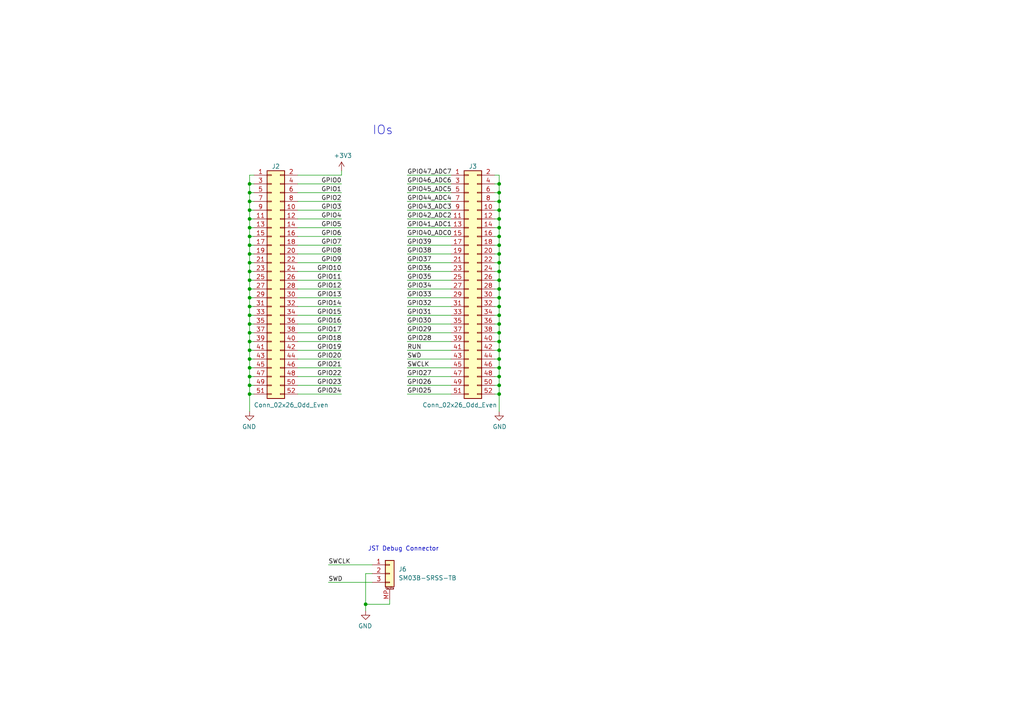
<source format=kicad_sch>
(kicad_sch (version 20250114) (generator "eeschema") (generator_version "9.0")
  (paper "A4")
  (lib_symbols
    (symbol "Connector_Generic:Conn_02x26_Odd_Even" (pin_names (offset 1.016) (hide yes))
      (property "Reference" "J" (at 1.27 33.02 0))
      (property "Value" "Conn_02x26_Odd_Even" (at 1.27 -35.56 0))
      (symbol "Conn_02x26_Odd_Even_1_1"
        (rectangle (start -1.27 31.75) (end 3.81 -34.29) (stroke (width 0.254)) (fill (type background)))
        (rectangle (start -1.27 30.607) (end 0 30.353) (stroke (width 0.1524)))
        (rectangle (start -1.27 28.067) (end 0 27.813) (stroke (width 0.1524)))
        (rectangle (start -1.27 25.527) (end 0 25.273) (stroke (width 0.1524)))
        (rectangle (start -1.27 22.987) (end 0 22.733) (stroke (width 0.1524)))
        (rectangle (start -1.27 20.447) (end 0 20.193) (stroke (width 0.1524)))
        (rectangle (start -1.27 17.907) (end 0 17.653) (stroke (width 0.1524)))
        (rectangle (start -1.27 15.367) (end 0 15.113) (stroke (width 0.1524)))
        (rectangle (start -1.27 12.827) (end 0 12.573) (stroke (width 0.1524)))
        (rectangle (start -1.27 10.287) (end 0 10.033) (stroke (width 0.1524)))
        (rectangle (start -1.27 7.747) (end 0 7.493) (stroke (width 0.1524)))
        (rectangle (start -1.27 5.207) (end 0 4.953) (stroke (width 0.1524)))
        (rectangle (start -1.27 2.667) (end 0 2.413) (stroke (width 0.1524)))
        (rectangle (start -1.27 0.127) (end 0 -0.127) (stroke (width 0.1524)))
        (rectangle (start -1.27 -2.413) (end 0 -2.667) (stroke (width 0.1524)))
        (rectangle (start -1.27 -4.953) (end 0 -5.207) (stroke (width 0.1524)))
        (rectangle (start -1.27 -7.493) (end 0 -7.747) (stroke (width 0.1524)))
        (rectangle (start -1.27 -10.033) (end 0 -10.287) (stroke (width 0.1524)))
        (rectangle (start -1.27 -12.573) (end 0 -12.827) (stroke (width 0.1524)))
        (rectangle (start -1.27 -15.113) (end 0 -15.367) (stroke (width 0.1524)))
        (rectangle (start -1.27 -17.653) (end 0 -17.907) (stroke (width 0.1524)))
        (rectangle (start -1.27 -20.193) (end 0 -20.447) (stroke (width 0.1524)))
        (rectangle (start -1.27 -22.733) (end 0 -22.987) (stroke (width 0.1524)))
        (rectangle (start -1.27 -25.273) (end 0 -25.527) (stroke (width 0.1524)))
        (rectangle (start -1.27 -27.813) (end 0 -28.067) (stroke (width 0.1524)))
        (rectangle (start -1.27 -30.353) (end 0 -30.607) (stroke (width 0.1524)))
        (rectangle (start -1.27 -32.893) (end 0 -33.147) (stroke (width 0.1524)))
        (rectangle (start 3.81 30.607) (end 2.54 30.353) (stroke (width 0.1524)))
        (rectangle (start 3.81 28.067) (end 2.54 27.813) (stroke (width 0.1524)))
        (rectangle (start 3.81 25.527) (end 2.54 25.273) (stroke (width 0.1524)))
        (rectangle (start 3.81 22.987) (end 2.54 22.733) (stroke (width 0.1524)))
        (rectangle (start 3.81 20.447) (end 2.54 20.193) (stroke (width 0.1524)))
        (rectangle (start 3.81 17.907) (end 2.54 17.653) (stroke (width 0.1524)))
        (rectangle (start 3.81 15.367) (end 2.54 15.113) (stroke (width 0.1524)))
        (rectangle (start 3.81 12.827) (end 2.54 12.573) (stroke (width 0.1524)))
        (rectangle (start 3.81 10.287) (end 2.54 10.033) (stroke (width 0.1524)))
        (rectangle (start 3.81 7.747) (end 2.54 7.493) (stroke (width 0.1524)))
        (rectangle (start 3.81 5.207) (end 2.54 4.953) (stroke (width 0.1524)))
        (rectangle (start 3.81 2.667) (end 2.54 2.413) (stroke (width 0.1524)))
        (rectangle (start 3.81 0.127) (end 2.54 -0.127) (stroke (width 0.1524)))
        (rectangle (start 3.81 -2.413) (end 2.54 -2.667) (stroke (width 0.1524)))
        (rectangle (start 3.81 -4.953) (end 2.54 -5.207) (stroke (width 0.1524)))
        (rectangle (start 3.81 -7.493) (end 2.54 -7.747) (stroke (width 0.1524)))
        (rectangle (start 3.81 -10.033) (end 2.54 -10.287) (stroke (width 0.1524)))
        (rectangle (start 3.81 -12.573) (end 2.54 -12.827) (stroke (width 0.1524)))
        (rectangle (start 3.81 -15.113) (end 2.54 -15.367) (stroke (width 0.1524)))
        (rectangle (start 3.81 -17.653) (end 2.54 -17.907) (stroke (width 0.1524)))
        (rectangle (start 3.81 -20.193) (end 2.54 -20.447) (stroke (width 0.1524)))
        (rectangle (start 3.81 -22.733) (end 2.54 -22.987) (stroke (width 0.1524)))
        (rectangle (start 3.81 -25.273) (end 2.54 -25.527) (stroke (width 0.1524)))
        (rectangle (start 3.81 -27.813) (end 2.54 -28.067) (stroke (width 0.1524)))
        (rectangle (start 3.81 -30.353) (end 2.54 -30.607) (stroke (width 0.1524)))
        (rectangle (start 3.81 -32.893) (end 2.54 -33.147) (stroke (width 0.1524)))
        (pin passive line (at -5.08 30.48 0) (length 3.81) (name "Pin_1") (number "1"))
        (pin passive line (at -5.08 27.94 0) (length 3.81) (name "Pin_3") (number "3"))
        (pin passive line (at -5.08 25.4 0) (length 3.81) (name "Pin_5") (number "5"))
        (pin passive line (at -5.08 22.86 0) (length 3.81) (name "Pin_7") (number "7"))
        (pin passive line (at -5.08 20.32 0) (length 3.81) (name "Pin_9") (number "9"))
        (pin passive line (at -5.08 17.78 0) (length 3.81) (name "Pin_11") (number "11"))
        (pin passive line (at -5.08 15.24 0) (length 3.81) (name "Pin_13") (number "13"))
        (pin passive line (at -5.08 12.7 0) (length 3.81) (name "Pin_15") (number "15"))
        (pin passive line (at -5.08 10.16 0) (length 3.81) (name "Pin_17") (number "17"))
        (pin passive line (at -5.08 7.62 0) (length 3.81) (name "Pin_19") (number "19"))
        (pin passive line (at -5.08 5.08 0) (length 3.81) (name "Pin_21") (number "21"))
        (pin passive line (at -5.08 2.54 0) (length 3.81) (name "Pin_23") (number "23"))
        (pin passive line (at -5.08 0 0) (length 3.81) (name "Pin_25") (number "25"))
        (pin passive line (at -5.08 -2.54 0) (length 3.81) (name "Pin_27") (number "27"))
        (pin passive line (at -5.08 -5.08 0) (length 3.81) (name "Pin_29") (number "29"))
        (pin passive line (at -5.08 -7.62 0) (length 3.81) (name "Pin_31") (number "31"))
        (pin passive line (at -5.08 -10.16 0) (length 3.81) (name "Pin_33") (number "33"))
        (pin passive line (at -5.08 -12.7 0) (length 3.81) (name "Pin_35") (number "35"))
        (pin passive line (at -5.08 -15.24 0) (length 3.81) (name "Pin_37") (number "37"))
        (pin passive line (at -5.08 -17.78 0) (length 3.81) (name "Pin_39") (number "39"))
        (pin passive line (at -5.08 -20.32 0) (length 3.81) (name "Pin_41") (number "41"))
        (pin passive line (at -5.08 -22.86 0) (length 3.81) (name "Pin_43") (number "43"))
        (pin passive line (at -5.08 -25.4 0) (length 3.81) (name "Pin_45") (number "45"))
        (pin passive line (at -5.08 -27.94 0) (length 3.81) (name "Pin_47") (number "47"))
        (pin passive line (at -5.08 -30.48 0) (length 3.81) (name "Pin_49") (number "49"))
        (pin passive line (at -5.08 -33.02 0) (length 3.81) (name "Pin_51") (number "51"))
        (pin passive line (at 7.62 30.48 180) (length 3.81) (name "Pin_2") (number "2"))
        (pin passive line (at 7.62 27.94 180) (length 3.81) (name "Pin_4") (number "4"))
        (pin passive line (at 7.62 25.4 180) (length 3.81) (name "Pin_6") (number "6"))
        (pin passive line (at 7.62 22.86 180) (length 3.81) (name "Pin_8") (number "8"))
        (pin passive line (at 7.62 20.32 180) (length 3.81) (name "Pin_10") (number "10"))
        (pin passive line (at 7.62 17.78 180) (length 3.81) (name "Pin_12") (number "12"))
        (pin passive line (at 7.62 15.24 180) (length 3.81) (name "Pin_14") (number "14"))
        (pin passive line (at 7.62 12.7 180) (length 3.81) (name "Pin_16") (number "16"))
        (pin passive line (at 7.62 10.16 180) (length 3.81) (name "Pin_18") (number "18"))
        (pin passive line (at 7.62 7.62 180) (length 3.81) (name "Pin_20") (number "20"))
        (pin passive line (at 7.62 5.08 180) (length 3.81) (name "Pin_22") (number "22"))
        (pin passive line (at 7.62 2.54 180) (length 3.81) (name "Pin_24") (number "24"))
        (pin passive line (at 7.62 0 180) (length 3.81) (name "Pin_26") (number "26"))
        (pin passive line (at 7.62 -2.54 180) (length 3.81) (name "Pin_28") (number "28"))
        (pin passive line (at 7.62 -5.08 180) (length 3.81) (name "Pin_30") (number "30"))
        (pin passive line (at 7.62 -7.62 180) (length 3.81) (name "Pin_32") (number "32"))
        (pin passive line (at 7.62 -10.16 180) (length 3.81) (name "Pin_34") (number "34"))
        (pin passive line (at 7.62 -12.7 180) (length 3.81) (name "Pin_36") (number "36"))
        (pin passive line (at 7.62 -15.24 180) (length 3.81) (name "Pin_38") (number "38"))
        (pin passive line (at 7.62 -17.78 180) (length 3.81) (name "Pin_40") (number "40"))
        (pin passive line (at 7.62 -20.32 180) (length 3.81) (name "Pin_42") (number "42"))
        (pin passive line (at 7.62 -22.86 180) (length 3.81) (name "Pin_44") (number "44"))
        (pin passive line (at 7.62 -25.4 180) (length 3.81) (name "Pin_46") (number "46"))
        (pin passive line (at 7.62 -27.94 180) (length 3.81) (name "Pin_48") (number "48"))
        (pin passive line (at 7.62 -30.48 180) (length 3.81) (name "Pin_50") (number "50"))
        (pin passive line (at 7.62 -33.02 180) (length 3.81) (name "Pin_52") (number "52"))
      )
    )
    (symbol "Connector_Generic_MountingPin:Conn_01x03_MountingPin" (pin_names (offset 1.016) (hide yes))
      (property "Reference" "J" (at 0 5.08 0))
      (property "Value" "Conn_01x03_MountingPin" (at 1.27 -5.08 0))
      (symbol "Conn_01x03_MountingPin_1_1"
        (rectangle (start -1.27 3.81) (end 1.27 -3.81) (stroke (width 0.254)) (fill (type background)))
        (rectangle (start -1.27 2.667) (end 0 2.413) (stroke (width 0.1524)))
        (rectangle (start -1.27 0.127) (end 0 -0.127) (stroke (width 0.1524)))
        (rectangle (start -1.27 -2.413) (end 0 -2.667) (stroke (width 0.1524)))
        (polyline (pts (xy -1.016 -4.572) (xy 1.016 -4.572)) (stroke (width 0.1524)))
        (text "Mounting" (at 0 -4.191 0) (effects (font (size 0.381 0.381))))
        (pin passive line (at -5.08 2.54 0) (length 3.81) (name "Pin_1") (number "1"))
        (pin passive line (at -5.08 0 0) (length 3.81) (name "Pin_2") (number "2"))
        (pin passive line (at -5.08 -2.54 0) (length 3.81) (name "Pin_3") (number "3"))
        (pin passive line (at 0 -7.62 90) (length 3.048) (name "MountPin") (number "MP"))
      )
    )
    (symbol "power:+3V3" (power) (pin_names (offset 0))
      (property "Value" "+3V3" (at 0 3.556 0))
      (symbol "+3V3_0_1"
        (polyline (pts (xy -0.762 1.27) (xy 0 2.54)))
        (polyline (pts (xy 0 2.54) (xy 0.762 1.27)))
        (polyline (pts (xy 0 0) (xy 0 2.54)))
      )
      (symbol "+3V3_1_1"
        (pin power_in line (at 0 0 90) (length 0) (hide yes) (name "+3V3") (number "1"))
      )
    )
    (symbol "power:GND" (power) (pin_names (offset 0))
      (property "Value" "GND" (at 0 -3.81 0))
      (symbol "GND_0_1"
        (polyline (pts (xy 0 0) (xy 0 -1.27) (xy 1.27 -1.27) (xy 0 -2.54) (xy -1.27 -1.27) (xy 0 -1.27)))
      )
      (symbol "GND_1_1"
        (pin power_in line (at 0 0 270) (length 0) (hide yes) (name "GND") (number "1"))
      )
    )
  )
  (text "IOs" (at 107.95 39.37 0) (effects (font (size 2.54 2.54)) (justify left bottom)))
  (text "JST Debug Connector" (at 106.68 160.02 0) (effects (font (size 1.27 1.27)) (justify left bottom)))
  (junction (at 144.78 111.76))
  (junction (at 144.78 58.42))
  (junction (at 72.39 76.2))
  (junction (at 144.78 55.88))
  (junction (at 72.39 106.68))
  (junction (at 72.39 111.76))
  (junction (at 144.78 68.58))
  (junction (at 72.39 63.5))
  (junction (at 72.39 93.98))
  (junction (at 72.39 55.88))
  (junction (at 144.78 60.96))
  (junction (at 72.39 68.58))
  (junction (at 144.78 101.6))
  (junction (at 72.39 71.12))
  (junction (at 144.78 86.36))
  (junction (at 106.045 175.26))
  (junction (at 72.39 96.52))
  (junction (at 72.39 86.36))
  (junction (at 72.39 101.6))
  (junction (at 144.78 106.68))
  (junction (at 72.39 58.42))
  (junction (at 72.39 88.9))
  (junction (at 144.78 53.34))
  (junction (at 144.78 63.5))
  (junction (at 144.78 76.2))
  (junction (at 144.78 73.66))
  (junction (at 72.39 78.74))
  (junction (at 144.78 83.82))
  (junction (at 144.78 93.98))
  (junction (at 144.78 99.06))
  (junction (at 72.39 109.22))
  (junction (at 72.39 104.14))
  (junction (at 72.39 81.28))
  (junction (at 72.39 66.04))
  (junction (at 144.78 114.3))
  (junction (at 144.78 66.04))
  (junction (at 144.78 78.74))
  (junction (at 72.39 73.66))
  (junction (at 144.78 81.28))
  (junction (at 72.39 114.3))
  (junction (at 144.78 104.14))
  (junction (at 72.39 91.44))
  (junction (at 144.78 91.44))
  (junction (at 72.39 60.96))
  (junction (at 72.39 83.82))
  (junction (at 144.78 88.9))
  (junction (at 72.39 53.34))
  (junction (at 144.78 109.22))
  (junction (at 144.78 71.12))
  (junction (at 144.78 96.52))
  (junction (at 72.39 99.06))
  (wire (pts (xy 73.66 66.04) (xy 72.39 66.04)))
  (wire (pts (xy 143.51 63.5) (xy 144.78 63.5)))
  (wire (pts (xy 72.39 58.42) (xy 72.39 60.96)))
  (wire (pts (xy 144.78 101.6) (xy 144.78 104.14)))
  (wire (pts (xy 118.11 99.06) (xy 130.81 99.06)))
  (wire (pts (xy 144.78 60.96) (xy 144.78 63.5)))
  (wire (pts (xy 130.81 50.8) (xy 118.11 50.8)))
  (wire (pts (xy 143.51 88.9) (xy 144.78 88.9)))
  (wire (pts (xy 95.25 163.83) (xy 107.95 163.83)))
  (wire (pts (xy 86.36 114.3) (xy 99.06 114.3)))
  (wire (pts (xy 99.06 63.5) (xy 86.36 63.5)))
  (wire (pts (xy 73.66 68.58) (xy 72.39 68.58)))
  (wire (pts (xy 143.51 114.3) (xy 144.78 114.3)))
  (wire (pts (xy 72.39 104.14) (xy 73.66 104.14)))
  (wire (pts (xy 72.39 104.14) (xy 72.39 106.68)))
  (wire (pts (xy 130.81 81.28) (xy 118.11 81.28)))
  (wire (pts (xy 73.66 73.66) (xy 72.39 73.66)))
  (wire (pts (xy 118.11 109.22) (xy 130.81 109.22)))
  (wire (pts (xy 72.39 78.74) (xy 72.39 81.28)))
  (wire (pts (xy 144.78 55.88) (xy 144.78 58.42)))
  (wire (pts (xy 99.06 71.12) (xy 86.36 71.12)))
  (wire (pts (xy 73.66 71.12) (xy 72.39 71.12)))
  (wire (pts (xy 72.39 111.76) (xy 72.39 114.3)))
  (wire (pts (xy 72.39 99.06) (xy 73.66 99.06)))
  (wire (pts (xy 143.51 109.22) (xy 144.78 109.22)))
  (wire (pts (xy 118.11 111.76) (xy 130.81 111.76)))
  (wire (pts (xy 118.11 93.98) (xy 130.81 93.98)))
  (wire (pts (xy 144.78 106.68) (xy 144.78 109.22)))
  (wire (pts (xy 73.66 86.36) (xy 72.39 86.36)))
  (wire (pts (xy 130.81 60.96) (xy 118.11 60.96)))
  (wire (pts (xy 143.51 96.52) (xy 144.78 96.52)))
  (wire (pts (xy 144.78 109.22) (xy 144.78 111.76)))
  (wire (pts (xy 73.66 50.8) (xy 72.39 50.8)))
  (wire (pts (xy 73.66 83.82) (xy 72.39 83.82)))
  (wire (pts (xy 86.36 104.14) (xy 99.06 104.14)))
  (wire (pts (xy 72.39 88.9) (xy 72.39 91.44)))
  (wire (pts (xy 72.39 86.36) (xy 72.39 88.9)))
  (wire (pts (xy 99.06 73.66) (xy 86.36 73.66)))
  (wire (pts (xy 99.06 81.28) (xy 86.36 81.28)))
  (wire (pts (xy 144.78 96.52) (xy 144.78 99.06)))
  (wire (pts (xy 99.06 86.36) (xy 86.36 86.36)))
  (wire (pts (xy 72.39 109.22) (xy 72.39 111.76)))
  (wire (pts (xy 73.66 58.42) (xy 72.39 58.42)))
  (wire (pts (xy 130.81 53.34) (xy 118.11 53.34)))
  (wire (pts (xy 72.39 101.6) (xy 73.66 101.6)))
  (wire (pts (xy 72.39 101.6) (xy 72.39 104.14)))
  (wire (pts (xy 130.81 83.82) (xy 118.11 83.82)))
  (wire (pts (xy 130.81 86.36) (xy 118.11 86.36)))
  (wire (pts (xy 144.78 71.12) (xy 144.78 73.66)))
  (wire (pts (xy 99.06 55.88) (xy 86.36 55.88)))
  (wire (pts (xy 130.81 76.2) (xy 118.11 76.2)))
  (wire (pts (xy 143.51 91.44) (xy 144.78 91.44)))
  (wire (pts (xy 130.81 63.5) (xy 118.11 63.5)))
  (wire (pts (xy 72.39 99.06) (xy 72.39 101.6)))
  (wire (pts (xy 86.36 96.52) (xy 99.06 96.52)))
  (wire (pts (xy 130.81 73.66) (xy 118.11 73.66)))
  (wire (pts (xy 99.06 88.9) (xy 86.36 88.9)))
  (wire (pts (xy 143.51 55.88) (xy 144.78 55.88)))
  (wire (pts (xy 86.36 93.98) (xy 99.06 93.98)))
  (wire (pts (xy 118.11 96.52) (xy 130.81 96.52)))
  (wire (pts (xy 72.39 96.52) (xy 72.39 99.06)))
  (wire (pts (xy 143.51 104.14) (xy 144.78 104.14)))
  (wire (pts (xy 144.78 68.58) (xy 144.78 71.12)))
  (wire (pts (xy 72.39 83.82) (xy 72.39 86.36)))
  (wire (pts (xy 118.11 106.68) (xy 130.81 106.68)))
  (wire (pts (xy 72.39 73.66) (xy 72.39 76.2)))
  (wire (pts (xy 144.78 78.74) (xy 144.78 81.28)))
  (wire (pts (xy 72.39 106.68) (xy 72.39 109.22)))
  (wire (pts (xy 72.39 55.88) (xy 72.39 58.42)))
  (wire (pts (xy 72.39 50.8) (xy 72.39 53.34)))
  (wire (pts (xy 143.51 71.12) (xy 144.78 71.12)))
  (wire (pts (xy 72.39 81.28) (xy 72.39 83.82)))
  (wire (pts (xy 144.78 66.04) (xy 144.78 68.58)))
  (wire (pts (xy 143.51 73.66) (xy 144.78 73.66)))
  (wire (pts (xy 73.66 60.96) (xy 72.39 60.96)))
  (wire (pts (xy 99.06 53.34) (xy 86.36 53.34)))
  (wire (pts (xy 143.51 68.58) (xy 144.78 68.58)))
  (wire (pts (xy 143.51 53.34) (xy 144.78 53.34)))
  (wire (pts (xy 99.06 60.96) (xy 86.36 60.96)))
  (wire (pts (xy 99.06 58.42) (xy 86.36 58.42)))
  (wire (pts (xy 99.06 66.04) (xy 86.36 66.04)))
  (wire (pts (xy 72.39 68.58) (xy 72.39 71.12)))
  (wire (pts (xy 86.36 111.76) (xy 99.06 111.76)))
  (wire (pts (xy 143.51 66.04) (xy 144.78 66.04)))
  (wire (pts (xy 72.39 96.52) (xy 73.66 96.52)))
  (wire (pts (xy 73.66 63.5) (xy 72.39 63.5)))
  (wire (pts (xy 143.51 86.36) (xy 144.78 86.36)))
  (wire (pts (xy 73.66 88.9) (xy 72.39 88.9)))
  (wire (pts (xy 144.78 50.8) (xy 144.78 53.34)))
  (wire (pts (xy 143.51 106.68) (xy 144.78 106.68)))
  (wire (pts (xy 99.06 50.8) (xy 99.06 49.53)))
  (wire (pts (xy 144.78 88.9) (xy 144.78 91.44)))
  (wire (pts (xy 130.81 66.04) (xy 118.11 66.04)))
  (wire (pts (xy 144.78 114.3) (xy 144.78 119.38)))
  (wire (pts (xy 144.78 111.76) (xy 144.78 114.3)))
  (wire (pts (xy 144.78 83.82) (xy 144.78 86.36)))
  (wire (pts (xy 72.39 114.3) (xy 72.39 119.38)))
  (wire (pts (xy 144.78 63.5) (xy 144.78 66.04)))
  (wire (pts (xy 107.95 166.37) (xy 106.045 166.37)))
  (wire (pts (xy 130.81 58.42) (xy 118.11 58.42)))
  (wire (pts (xy 73.66 55.88) (xy 72.39 55.88)))
  (wire (pts (xy 144.78 91.44) (xy 144.78 93.98)))
  (wire (pts (xy 144.78 73.66) (xy 144.78 76.2)))
  (wire (pts (xy 143.51 111.76) (xy 144.78 111.76)))
  (wire (pts (xy 106.045 175.26) (xy 113.03 175.26)))
  (wire (pts (xy 73.66 76.2) (xy 72.39 76.2)))
  (wire (pts (xy 144.78 76.2) (xy 144.78 78.74)))
  (wire (pts (xy 99.06 68.58) (xy 86.36 68.58)))
  (wire (pts (xy 95.25 168.91) (xy 107.95 168.91)))
  (wire (pts (xy 106.045 166.37) (xy 106.045 175.26)))
  (wire (pts (xy 72.39 76.2) (xy 72.39 78.74)))
  (wire (pts (xy 144.78 53.34) (xy 144.78 55.88)))
  (wire (pts (xy 72.39 109.22) (xy 73.66 109.22)))
  (wire (pts (xy 72.39 111.76) (xy 73.66 111.76)))
  (wire (pts (xy 72.39 91.44) (xy 72.39 93.98)))
  (wire (pts (xy 118.11 101.6) (xy 130.81 101.6)))
  (wire (pts (xy 106.045 175.26) (xy 106.045 177.165)))
  (wire (pts (xy 72.39 114.3) (xy 73.66 114.3)))
  (wire (pts (xy 73.66 53.34) (xy 72.39 53.34)))
  (wire (pts (xy 130.81 55.88) (xy 118.11 55.88)))
  (wire (pts (xy 144.78 93.98) (xy 144.78 96.52)))
  (wire (pts (xy 72.39 53.34) (xy 72.39 55.88)))
  (wire (pts (xy 72.39 106.68) (xy 73.66 106.68)))
  (wire (pts (xy 130.81 68.58) (xy 118.11 68.58)))
  (wire (pts (xy 143.51 101.6) (xy 144.78 101.6)))
  (wire (pts (xy 143.51 58.42) (xy 144.78 58.42)))
  (wire (pts (xy 72.39 60.96) (xy 72.39 63.5)))
  (wire (pts (xy 73.66 78.74) (xy 72.39 78.74)))
  (wire (pts (xy 86.36 109.22) (xy 99.06 109.22)))
  (wire (pts (xy 143.51 81.28) (xy 144.78 81.28)))
  (wire (pts (xy 143.51 60.96) (xy 144.78 60.96)))
  (wire (pts (xy 144.78 81.28) (xy 144.78 83.82)))
  (wire (pts (xy 143.51 50.8) (xy 144.78 50.8)))
  (wire (pts (xy 99.06 76.2) (xy 86.36 76.2)))
  (wire (pts (xy 130.81 71.12) (xy 118.11 71.12)))
  (wire (pts (xy 118.11 114.3) (xy 130.81 114.3)))
  (wire (pts (xy 143.51 83.82) (xy 144.78 83.82)))
  (wire (pts (xy 130.81 78.74) (xy 118.11 78.74)))
  (wire (pts (xy 86.36 106.68) (xy 99.06 106.68)))
  (wire (pts (xy 113.03 173.99) (xy 113.03 175.26)))
  (wire (pts (xy 144.78 104.14) (xy 144.78 106.68)))
  (wire (pts (xy 99.06 83.82) (xy 86.36 83.82)))
  (wire (pts (xy 130.81 88.9) (xy 118.11 88.9)))
  (wire (pts (xy 144.78 99.06) (xy 144.78 101.6)))
  (wire (pts (xy 86.36 101.6) (xy 99.06 101.6)))
  (wire (pts (xy 144.78 86.36) (xy 144.78 88.9)))
  (wire (pts (xy 73.66 91.44) (xy 72.39 91.44)))
  (wire (pts (xy 143.51 99.06) (xy 144.78 99.06)))
  (wire (pts (xy 130.81 91.44) (xy 118.11 91.44)))
  (wire (pts (xy 99.06 91.44) (xy 86.36 91.44)))
  (wire (pts (xy 143.51 93.98) (xy 144.78 93.98)))
  (wire (pts (xy 73.66 93.98) (xy 72.39 93.98)))
  (wire (pts (xy 118.11 104.14) (xy 130.81 104.14)))
  (wire (pts (xy 99.06 50.8) (xy 86.36 50.8)))
  (wire (pts (xy 99.06 78.74) (xy 86.36 78.74)))
  (wire (pts (xy 143.51 76.2) (xy 144.78 76.2)))
  (wire (pts (xy 72.39 63.5) (xy 72.39 66.04)))
  (wire (pts (xy 72.39 66.04) (xy 72.39 68.58)))
  (wire (pts (xy 86.36 99.06) (xy 99.06 99.06)))
  (wire (pts (xy 73.66 81.28) (xy 72.39 81.28)))
  (wire (pts (xy 144.78 58.42) (xy 144.78 60.96)))
  (wire (pts (xy 72.39 93.98) (xy 72.39 96.52)))
  (wire (pts (xy 72.39 71.12) (xy 72.39 73.66)))
  (wire (pts (xy 143.51 78.74) (xy 144.78 78.74)))
  (label "SWD" (at 118.11 104.14 0))
  (label "GPIO23" (at 99.06 111.76 180))
  (label "GPIO30" (at 118.11 93.98 0))
  (label "GPIO11" (at 99.06 81.28 180))
  (label "GPIO8" (at 99.06 73.66 180))
  (label "GPIO24" (at 99.06 114.3 180))
  (label "GPIO31" (at 118.11 91.44 0))
  (label "GPIO5" (at 99.06 66.04 180))
  (label "GPIO0" (at 99.06 53.34 180))
  (label "GPIO2" (at 99.06 58.42 180))
  (label "GPIO39" (at 118.11 71.12 0))
  (label "GPIO44_ADC4" (at 118.11 58.42 0))
  (label "RUN" (at 118.11 101.6 0))
  (label "GPIO14" (at 99.06 88.9 180))
  (label "GPIO4" (at 99.06 63.5 180))
  (label "GPIO37" (at 118.11 76.2 0))
  (label "GPIO12" (at 99.06 83.82 180))
  (label "GPIO21" (at 99.06 106.68 180))
  (label "GPIO38" (at 118.11 73.66 0))
  (label "GPIO35" (at 118.11 81.28 0))
  (label "GPIO43_ADC3" (at 118.11 60.96 0))
  (label "GPIO18" (at 99.06 99.06 180))
  (label "GPIO32" (at 118.11 88.9 0))
  (label "GPIO3" (at 99.06 60.96 180))
  (label "GPIO27" (at 118.11 109.22 0))
  (label "SWCLK" (at 118.11 106.68 0))
  (label "GPIO19" (at 99.06 101.6 180))
  (label "GPIO1" (at 99.06 55.88 180))
  (label "GPIO26" (at 118.11 111.76 0))
  (label "GPIO45_ADC5" (at 118.11 55.88 0))
  (label "GPIO33" (at 118.11 86.36 0))
  (label "GPIO34" (at 118.11 83.82 0))
  (label "GPIO47_ADC7" (at 118.11 50.8 0))
  (label "GPIO36" (at 118.11 78.74 0))
  (label "GPIO40_ADC0" (at 118.11 68.58 0))
  (label "GPIO6" (at 99.06 68.58 180))
  (label "SWCLK" (at 95.25 163.83 0))
  (label "GPIO22" (at 99.06 109.22 180))
  (label "GPIO10" (at 99.06 78.74 180))
  (label "GPIO17" (at 99.06 96.52 180))
  (label "GPIO41_ADC1" (at 118.11 66.04 0))
  (label "GPIO7" (at 99.06 71.12 180))
  (label "SWD" (at 95.25 168.91 0))
  (label "GPIO20" (at 99.06 104.14 180))
  (label "GPIO25" (at 118.11 114.3 0))
  (label "GPIO42_ADC2" (at 118.11 63.5 0))
  (label "GPIO28" (at 118.11 99.06 0))
  (label "GPIO29" (at 118.11 96.52 0))
  (label "GPIO15" (at 99.06 91.44 180))
  (label "GPIO9" (at 99.06 76.2 180))
  (label "GPIO13" (at 99.06 86.36 180))
  (label "GPIO16" (at 99.06 93.98 180))
  (label "GPIO46_ADC6" (at 118.11 53.34 0))
  (symbol (lib_id "power:GND") (at 72.39 119.38 0) (mirror y) (unit 1)
    (property "Reference" "#PWR026" (effects (hide yes)))
    (property "Value" "GND" (at 72.263 123.7742 0))
  )
  (symbol (lib_id "power:GND") (at 144.78 119.38 0) (unit 1)
    (property "Reference" "#PWR028" (effects (hide yes)))
    (property "Value" "GND" (at 144.907 123.7742 0))
  )
  (symbol (lib_id "power:+3V3") (at 99.06 49.53 0) (unit 1)
    (property "Reference" "#PWR027" (effects (hide yes)))
    (property "Value" "+3V3" (at 99.441 45.1358 0))
  )
  (symbol (lib_id "Connector_Generic:Conn_02x26_Odd_Even") (at 135.89 81.28 0) (unit 1)
    (property "Reference" "J3" (at 137.16 48.26 0))
    (property "Value" "Conn_02x26_Odd_Even" (at 133.35 117.475 0))
    (property "Footprint" "Connector_PinHeader_2.54mm:PinHeader_2x26_P2.54mm_Vertical" (effects (hide yes)))
  )
  (symbol (lib_id "Connector_Generic:Conn_02x26_Odd_Even") (at 78.74 81.28 0) (unit 1)
    (property "Reference" "J2" (at 80.01 48.26 0))
    (property "Value" "Conn_02x26_Odd_Even" (at 84.455 117.475 0))
    (property "Footprint" "Connector_PinHeader_2.54mm:PinHeader_2x26_P2.54mm_Vertical" (effects (hide yes)))
  )
  (symbol (lib_id "power:GND") (at 106.045 177.165 0) (mirror y) (unit 1)
    (property "Reference" "#PWR033" (effects (hide yes)))
    (property "Value" "GND" (at 105.918 181.5592 0))
  )
  (symbol (lib_id "Connector_Generic_MountingPin:Conn_01x03_MountingPin") (at 113.03 166.37 0) (unit 1)
    (property "Reference" "J6" (at 115.57 165.1 0) (effects (justify left)))
    (property "Value" "SM03B-SRSS-TB" (at 115.57 167.64 0) (effects (justify left)))
    (property "Footprint" "Connector_JST:JST_SH_SM03B-SRSS-TB_1x03-1MP_P1.00mm_Horizontal" (effects (hide yes)))
  )
)
</source>
